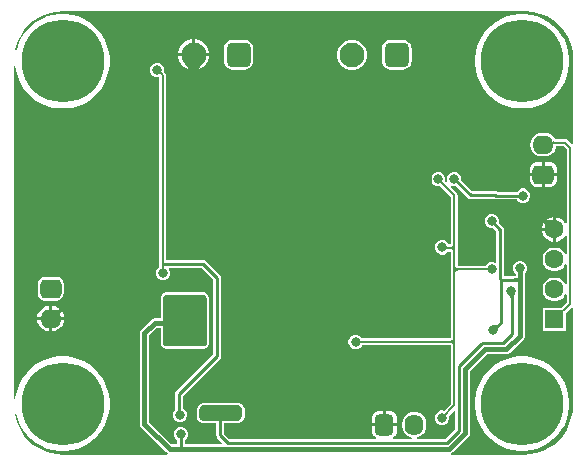
<source format=gbl>
G04*
G04 #@! TF.GenerationSoftware,Altium Limited,Altium Designer,21.3.2 (30)*
G04*
G04 Layer_Physical_Order=2*
G04 Layer_Color=16711680*
%FSTAX25Y25*%
%MOIN*%
G70*
G04*
G04 #@! TF.SameCoordinates,2120B266-B5FC-475A-9EAD-F7F6DF0CB4C0*
G04*
G04*
G04 #@! TF.FilePolarity,Positive*
G04*
G01*
G75*
%ADD13C,0.01000*%
%ADD15C,0.00800*%
%ADD62C,0.01500*%
%ADD63C,0.03000*%
G04:AMPARAMS|DCode=64|XSize=82.68mil|YSize=82.68mil|CornerRadius=20.67mil|HoleSize=0mil|Usage=FLASHONLY|Rotation=180.000|XOffset=0mil|YOffset=0mil|HoleType=Round|Shape=RoundedRectangle|*
%AMROUNDEDRECTD64*
21,1,0.08268,0.04134,0,0,180.0*
21,1,0.04134,0.08268,0,0,180.0*
1,1,0.04134,-0.02067,0.02067*
1,1,0.04134,0.02067,0.02067*
1,1,0.04134,0.02067,-0.02067*
1,1,0.04134,-0.02067,-0.02067*
%
%ADD64ROUNDEDRECTD64*%
%ADD65C,0.08268*%
G04:AMPARAMS|DCode=66|XSize=70.87mil|YSize=62.99mil|CornerRadius=15.75mil|HoleSize=0mil|Usage=FLASHONLY|Rotation=0.000|XOffset=0mil|YOffset=0mil|HoleType=Round|Shape=RoundedRectangle|*
%AMROUNDEDRECTD66*
21,1,0.07087,0.03150,0,0,0.0*
21,1,0.03937,0.06299,0,0,0.0*
1,1,0.03150,0.01968,-0.01575*
1,1,0.03150,-0.01968,-0.01575*
1,1,0.03150,-0.01968,0.01575*
1,1,0.03150,0.01968,0.01575*
%
%ADD66ROUNDEDRECTD66*%
%ADD67O,0.07087X0.06299*%
%ADD69C,0.06299*%
%ADD70R,0.06299X0.06299*%
%ADD71O,0.06299X0.07087*%
G04:AMPARAMS|DCode=72|XSize=70.87mil|YSize=62.99mil|CornerRadius=15.75mil|HoleSize=0mil|Usage=FLASHONLY|Rotation=90.000|XOffset=0mil|YOffset=0mil|HoleType=Round|Shape=RoundedRectangle|*
%AMROUNDEDRECTD72*
21,1,0.07087,0.03150,0,0,90.0*
21,1,0.03937,0.06299,0,0,90.0*
1,1,0.03150,0.01575,0.01968*
1,1,0.03150,0.01575,-0.01968*
1,1,0.03150,-0.01575,-0.01968*
1,1,0.03150,-0.01575,0.01968*
%
%ADD72ROUNDEDRECTD72*%
%ADD73C,0.03150*%
%ADD74C,0.02598*%
%ADD75C,0.27559*%
G36*
X0383937Y0418765D02*
X0386383Y0418177D01*
X0388708Y0417214D01*
X0390853Y04159D01*
X0392766Y0414266D01*
X03944Y0412353D01*
X0395714Y0410208D01*
X0396677Y0407883D01*
X0397265Y0405437D01*
X0397456Y0403D01*
X0397442Y0402929D01*
Y0374877D01*
X0396942Y037467D01*
X0395656Y0375956D01*
X0395263Y0376219D01*
X03948Y0376311D01*
X03948Y0376311D01*
X0391478D01*
X039143Y0376314D01*
X0391402Y0376318D01*
X0391333Y0376485D01*
X0390702Y0377308D01*
X0389879Y0377939D01*
X0388921Y0378336D01*
X0387894Y0378471D01*
X0387106D01*
X0386079Y0378336D01*
X0385121Y0377939D01*
X0384298Y0377308D01*
X0383667Y0376485D01*
X0383271Y0375528D01*
X0383135Y03745D01*
X0383271Y0373472D01*
X0383667Y0372515D01*
X0384298Y0371692D01*
X0385121Y0371061D01*
X0386079Y0370664D01*
X0387106Y0370529D01*
X0387894D01*
X0388921Y0370664D01*
X0389879Y0371061D01*
X0390702Y0371692D01*
X0391333Y0372515D01*
X0391729Y0373472D01*
X0391784Y0373889D01*
X0394299D01*
X0395289Y0372899D01*
Y0348416D01*
X0394789Y0348282D01*
X039452Y0348748D01*
X0393748Y034952D01*
X0392802Y0350067D01*
X0391746Y035035D01*
X03917D01*
Y03462D01*
Y034205D01*
X0391746D01*
X0392802Y0342333D01*
X0393748Y034288D01*
X039452Y0343652D01*
X0394789Y0344118D01*
X0395289Y0343984D01*
Y0337991D01*
X0394789Y0337857D01*
X039435Y0338617D01*
X0393617Y033935D01*
X039272Y0339869D01*
X0391718Y0340137D01*
X0390682D01*
X038968Y0339869D01*
X0388783Y033935D01*
X038805Y0338617D01*
X0387531Y033772D01*
X0387263Y0336718D01*
Y0335682D01*
X0387531Y033468D01*
X038805Y0333783D01*
X0388783Y033305D01*
X038968Y0332531D01*
X0390682Y0332263D01*
X0391718D01*
X039272Y0332531D01*
X0393617Y033305D01*
X039435Y0333783D01*
X0394789Y0334543D01*
X0395289Y0334409D01*
Y0327991D01*
X0394789Y0327857D01*
X039435Y0328617D01*
X0393617Y032935D01*
X039272Y0329869D01*
X0391718Y0330137D01*
X0390682D01*
X038968Y0329869D01*
X0388783Y032935D01*
X038805Y0328617D01*
X0387531Y032772D01*
X0387263Y0326718D01*
Y0325682D01*
X0387531Y032468D01*
X038805Y0323783D01*
X0388783Y032305D01*
X038968Y0322531D01*
X0390682Y0322263D01*
X0391718D01*
X039272Y0322531D01*
X0393617Y032305D01*
X039435Y0323783D01*
X0394789Y0324543D01*
X0395289Y0324409D01*
Y0322002D01*
X0393425Y0320137D01*
X0387263D01*
Y0312263D01*
X0395137D01*
Y0318425D01*
X0396942Y032023D01*
X0397442Y0320023D01*
Y0287566D01*
X0397446Y0287545D01*
X0397307Y0285411D01*
X0396885Y0283292D01*
X0396191Y0281247D01*
X0395235Y0279309D01*
X0394035Y0277513D01*
X0392611Y0275889D01*
X0390987Y0274465D01*
X0389191Y0273265D01*
X0387253Y0272309D01*
X0385208Y0271615D01*
X0383089Y0271193D01*
X0380955Y0271054D01*
X0380934Y0271058D01*
X0356893D01*
X0356814Y0271552D01*
X0357323Y0271892D01*
X0362609Y0277178D01*
X0362948Y0277686D01*
X0363068Y0278286D01*
Y0299051D01*
X0368649Y0304632D01*
X03752D01*
X03758Y0304752D01*
X0376308Y0305092D01*
X0380921Y0309704D01*
X038126Y0310212D01*
X038138Y0310812D01*
Y0329462D01*
Y0331639D01*
X0381703Y0331962D01*
X0382062Y033283D01*
Y033377D01*
X0381703Y0334638D01*
X0381038Y0335303D01*
X038017Y0335662D01*
X037923D01*
X0378362Y0335303D01*
X0377697Y0334638D01*
X0377338Y033377D01*
Y033283D01*
X0377697Y0331962D01*
X0378245Y0331415D01*
Y0330775D01*
X0378233Y0330775D01*
X0374475D01*
Y0346038D01*
X0374375Y034654D01*
X037409Y0346966D01*
X0372652Y0348405D01*
X0372662Y034843D01*
Y034937D01*
X0372303Y0350238D01*
X0371638Y0350903D01*
X037077Y0351262D01*
X036983D01*
X0368962Y0350903D01*
X0368297Y0350238D01*
X0367938Y034937D01*
Y034843D01*
X0368297Y0347562D01*
X0368962Y0346897D01*
X036983Y0346538D01*
X037077D01*
X0370795Y0346548D01*
X037185Y0345494D01*
Y0335344D01*
X037135Y0335022D01*
X037077Y0335262D01*
X036983D01*
X0368962Y0334903D01*
X0368297Y0334238D01*
X0368245Y0334111D01*
X0358986D01*
Y034D01*
Y0357625D01*
X0358986Y0357625D01*
X0358894Y0358088D01*
X0358631Y0358481D01*
X0358631Y0358481D01*
X0356622Y036049D01*
X0356906Y0360914D01*
X035733Y0360738D01*
X035827D01*
X0358295Y0360748D01*
X036231Y0356734D01*
X0362736Y035645D01*
X0363238Y035635D01*
X0371052D01*
X0371145Y0356287D01*
X0371648Y0356187D01*
X0378787D01*
X0378797Y0356162D01*
X0379462Y0355497D01*
X038033Y0355138D01*
X038127D01*
X0382138Y0355497D01*
X0382803Y0356162D01*
X0383162Y035703D01*
Y035797D01*
X0382803Y0358838D01*
X0382138Y0359503D01*
X038127Y0359862D01*
X038033D01*
X0379462Y0359503D01*
X0378797Y0358838D01*
X0378787Y0358813D01*
X0372081D01*
X0371988Y0358875D01*
X0371486Y0358975D01*
X0363781D01*
X0360152Y0362605D01*
X0360162Y036263D01*
Y036357D01*
X0359803Y0364438D01*
X0359138Y0365103D01*
X035827Y0365462D01*
X035733D01*
X0356462Y0365103D01*
X0355797Y0364438D01*
X0355438Y036357D01*
Y036263D01*
X0355614Y0362206D01*
X035519Y0361922D01*
X0354809Y0362303D01*
X0354862Y036243D01*
Y036337D01*
X0354503Y0364238D01*
X0353838Y0364903D01*
X035297Y0365262D01*
X035203D01*
X0351162Y0364903D01*
X0350497Y0364238D01*
X0350138Y036337D01*
Y036243D01*
X0350497Y0361562D01*
X0351162Y0360897D01*
X035203Y0360538D01*
X035297D01*
X0353097Y0360591D01*
X0356565Y0357123D01*
Y0341211D01*
X0355938D01*
X0355803Y0341538D01*
X0355138Y0342203D01*
X035427Y0342562D01*
X035333D01*
X0352462Y0342203D01*
X0351797Y0341538D01*
X0351438Y034067D01*
Y033973D01*
X0351797Y0338862D01*
X0352462Y0338197D01*
X035333Y0337838D01*
X035427D01*
X0355138Y0338197D01*
X035573Y0338789D01*
X0356565D01*
Y03329D01*
Y0310011D01*
X0326955D01*
X0326903Y0310138D01*
X0326238Y0310803D01*
X032537Y0311162D01*
X032443D01*
X0323562Y0310803D01*
X0322897Y0310138D01*
X0322538Y030927D01*
Y030833D01*
X0322897Y0307462D01*
X0323562Y0306797D01*
X032443Y0306438D01*
X032537D01*
X0326238Y0306797D01*
X0326903Y0307462D01*
X0326955Y0307589D01*
X0356565D01*
Y0288077D01*
X0354297Y0285809D01*
X035417Y0285862D01*
X035323D01*
X0352362Y0285503D01*
X0351697Y0284838D01*
X0351338Y028397D01*
Y028303D01*
X0351697Y0282162D01*
X0352362Y0281497D01*
X035323Y0281138D01*
X035417D01*
X0355038Y0281497D01*
X0355703Y0282162D01*
X0356062Y028303D01*
Y028397D01*
X0356009Y0284097D01*
X0357688Y0285776D01*
X035815Y0285585D01*
Y0279674D01*
X0354827Y027635D01*
X0345404D01*
X0345371Y027685D01*
X0345528Y0276871D01*
X0346485Y0277267D01*
X0347308Y0277898D01*
X0347939Y0278721D01*
X0348336Y0279679D01*
X0348471Y0280706D01*
Y0281494D01*
X0348336Y0282522D01*
X0347939Y0283479D01*
X0347308Y0284302D01*
X0346485Y0284933D01*
X0345528Y0285329D01*
X03445Y0285465D01*
X0343472Y0285329D01*
X0342514Y0284933D01*
X0341692Y0284302D01*
X0341061Y0283479D01*
X0340664Y0282522D01*
X0340529Y0281494D01*
Y0280706D01*
X0340664Y0279679D01*
X0341061Y0278721D01*
X0341692Y0277898D01*
X0342514Y0277267D01*
X0343472Y0276871D01*
X0343629Y027685D01*
X0343596Y027635D01*
X0337395D01*
X0337295Y027685D01*
X0337373Y0276882D01*
X0337911Y0277295D01*
X0338324Y0277833D01*
X0338583Y0278459D01*
X0338672Y0279132D01*
Y02806D01*
X03345D01*
X0330328D01*
Y0279132D01*
X0330417Y0278459D01*
X0330676Y0277833D01*
X0331089Y0277295D01*
X0331627Y0276882D01*
X0331705Y027685D01*
X0331605Y027635D01*
X0282844D01*
X0281113Y0278081D01*
Y0281597D01*
X0285598D01*
X0285905Y0281658D01*
X028664Y0281963D01*
X0286901Y0282137D01*
X0287463Y0282699D01*
X0287637Y028296D01*
X0287637Y028296D01*
X0287942Y0283695D01*
X0287942Y0283695D01*
X0288003Y0284002D01*
Y0286078D01*
X0287942Y0286385D01*
X0287652Y0287084D01*
X0287478Y0287344D01*
X0286944Y0287878D01*
X0286684Y0288053D01*
X0285985Y0288342D01*
X0285678Y0288403D01*
X0274222D01*
X0273915Y0288342D01*
X0273217Y0288053D01*
X0272956Y0287878D01*
X0272422Y0287344D01*
X0272248Y0287084D01*
X0271958Y0286385D01*
X0271897Y0286078D01*
Y0283762D01*
X0271958Y0283455D01*
X0272217Y028283D01*
X0272391Y0282569D01*
X0272391Y0282569D01*
X0272869Y0282091D01*
X027313Y0281917D01*
X0273755Y0281658D01*
X0274062Y0281597D01*
X0278487D01*
Y0277537D01*
X0278587Y0277035D01*
X0278872Y0276609D01*
X0280452Y0275029D01*
X028026Y0274568D01*
X0268137D01*
X0268137Y0274579D01*
Y0276096D01*
X0268603Y0276562D01*
X0268962Y027743D01*
Y027837D01*
X0268603Y0279238D01*
X0267938Y0279903D01*
X026707Y0280262D01*
X026613D01*
X0265262Y0279903D01*
X0264597Y0279238D01*
X0264238Y027837D01*
Y027743D01*
X0264597Y0276562D01*
X0265262Y0275897D01*
X0265512Y0275794D01*
Y0274568D01*
X0263549D01*
X0256067Y0282049D01*
Y0310951D01*
X0258549Y0313433D01*
X0259997D01*
Y0308181D01*
X0260058Y0307874D01*
X0260226Y030747D01*
X02604Y0307209D01*
X0260709Y03069D01*
X026097Y0306726D01*
X0261374Y0306558D01*
X0261681Y0306497D01*
X0274419D01*
X0274726Y0306558D01*
X027513Y0306726D01*
X0275391Y03069D01*
X02757Y0307209D01*
X0275874Y030747D01*
X0275874Y030747D01*
X0276042Y0307874D01*
X0276042Y0307874D01*
X0276103Y0308181D01*
Y0323218D01*
X0276042Y0323526D01*
X0275798Y0324113D01*
X0275624Y0324374D01*
X0275624Y0324374D01*
X0275174Y0324824D01*
X0274914Y0324998D01*
X0274325Y0325242D01*
X0274018Y0325303D01*
X0261841D01*
X0261534Y0325242D01*
X0261056Y0325044D01*
X0260796Y032487D01*
X026043Y0324504D01*
X0260256Y0324244D01*
X0260058Y0323766D01*
X0259997Y0323459D01*
Y0316567D01*
X02579D01*
X02573Y0316448D01*
X0256792Y0316108D01*
X0253392Y0312708D01*
X0253052Y03122D01*
X0252933Y03116D01*
Y02814D01*
X0253052Y02808D01*
X0253392Y0280292D01*
X0261792Y0271892D01*
X02623Y0271552D01*
X0262221Y0271058D01*
X022758D01*
X0227558Y0271053D01*
X0225423Y0271193D01*
X0223302Y0271615D01*
X0221255Y027231D01*
X0219316Y0273266D01*
X0217518Y0274467D01*
X0215893Y0275893D01*
X0214468Y0277518D01*
X0213266Y0279316D01*
X021231Y0281255D01*
X0211615Y0283302D01*
X0211323Y0284772D01*
X021181Y0284885D01*
X0212306Y0283035D01*
X0213096Y0281128D01*
X0214128Y027934D01*
X0215385Y0277703D01*
X0216844Y0276243D01*
X0218482Y0274986D01*
X022027Y0273954D01*
X0222177Y0273164D01*
X0224171Y027263D01*
X0226218Y027236D01*
X022725D01*
X0228282Y027236D01*
X0230329Y027263D01*
X0232323Y0273164D01*
X023423Y0273954D01*
X0236018Y0274986D01*
X0237656Y0276243D01*
X0239115Y0277702D01*
X0240372Y027934D01*
X0241404Y0281128D01*
X0242194Y0283035D01*
X0242728Y0285029D01*
X0242998Y0287076D01*
X0242998Y0288108D01*
X0242998Y0288108D01*
X0242998Y0288108D01*
X0242998Y028914D01*
X0242728Y0291187D01*
X0242194Y0293181D01*
X0241404Y0295088D01*
X0240372Y0296876D01*
X0239115Y0298514D01*
X0237656Y0299974D01*
X0236018Y030123D01*
X023423Y0302262D01*
X0232323Y0303052D01*
X0230329Y0303587D01*
X0228282Y0303856D01*
X022725Y0303856D01*
X022725Y0303856D01*
X0226218Y0303856D01*
X0224171Y0303587D01*
X0222177Y0303052D01*
X022027Y0302262D01*
X0218482Y030123D01*
X0216844Y0299974D01*
X0215385Y0298514D01*
X0214128Y0296876D01*
X0213096Y0295088D01*
X0212306Y0293181D01*
X0211771Y0291187D01*
X0211558Y0289563D01*
X0211058Y0289596D01*
Y0400786D01*
X0211558Y0400819D01*
X0211771Y0399195D01*
X0212306Y0397201D01*
X0213096Y0395293D01*
X0214128Y0393506D01*
X0215385Y0391868D01*
X0216844Y0390408D01*
X0218482Y0389152D01*
X022027Y0388119D01*
X0222177Y0387329D01*
X0224171Y0386795D01*
X0226218Y0386526D01*
X022725D01*
X0228282Y0386526D01*
X0230329Y0386795D01*
X0232323Y0387329D01*
X023423Y0388119D01*
X0236018Y0389151D01*
X0237656Y0390408D01*
X0239115Y0391868D01*
X0240372Y0393506D01*
X0241404Y0395293D01*
X0242194Y0397201D01*
X0242728Y0399195D01*
X0242998Y0401241D01*
X0242998Y0402274D01*
X0242998Y0402274D01*
X0242998Y0402274D01*
X0242998Y0403306D01*
X0242728Y0405352D01*
X0242194Y0407346D01*
X0241404Y0409254D01*
X0240372Y0411041D01*
X0239115Y0412679D01*
X0237656Y0414139D01*
X0236018Y0415396D01*
X023423Y0416428D01*
X0232323Y0417218D01*
X0230329Y0417752D01*
X0228282Y0418021D01*
X022725Y0418021D01*
X022725Y0418021D01*
X0226218Y0418021D01*
X0224171Y0417752D01*
X0222177Y0417218D01*
X022027Y0416428D01*
X0218482Y0415395D01*
X0216844Y0414139D01*
X0215385Y0412679D01*
X0214128Y0411041D01*
X0213096Y0409254D01*
X0212306Y0407346D01*
X021191Y0405869D01*
X0211423Y0405983D01*
X0211606Y0406905D01*
X0212289Y0408918D01*
X0213229Y0410824D01*
X021441Y0412591D01*
X0215811Y0414189D01*
X0217409Y041559D01*
X0219176Y0416771D01*
X0221082Y0417711D01*
X0223095Y0418394D01*
X0225179Y0418808D01*
X0227281Y0418946D01*
X02273Y0418942D01*
X0381429D01*
X03815Y0418956D01*
X0383937Y0418765D01*
D02*
G37*
G36*
X0390717Y0375819D02*
X0390757Y0375752D01*
X0390814Y0375693D01*
X0390887Y0375642D01*
X0390977Y0375599D01*
X0391082Y0375563D01*
X0391205Y0375535D01*
X0391343Y0375516D01*
X0391498Y0375504D01*
X0391669Y03755D01*
X0391827Y03747D01*
X0391658Y0374696D01*
X0391509Y0374684D01*
X0391379Y0374664D01*
X0391268Y0374636D01*
X0391178Y03746D01*
X0391106Y0374556D01*
X0391054Y0374505D01*
X0391021Y0374445D01*
X0391008Y0374377D01*
X0391015Y0374301D01*
X0390692Y0375894D01*
X0390717Y0375819D01*
D02*
G37*
G36*
X0358175Y034D02*
X0357375Y03388D01*
X0357367Y0338952D01*
X0357343Y0339088D01*
X0357303Y0339208D01*
X0357247Y0339312D01*
X0357175Y03394D01*
X0357087Y0339472D01*
X0356983Y0339528D01*
X0356863Y0339568D01*
X0356727Y0339592D01*
X0356575Y03396D01*
Y03404D01*
X0356727Y0340408D01*
X0356863Y0340432D01*
X0356983Y0340472D01*
X0357087Y0340528D01*
X0357175Y03406D01*
X0357247Y0340688D01*
X0357303Y0340792D01*
X0357343Y0340912D01*
X0357367Y0341048D01*
X0357375Y03412D01*
X0358175Y034D01*
D02*
G37*
G36*
X0358183Y0333948D02*
X0358207Y0333812D01*
X0358247Y0333692D01*
X0358303Y0333588D01*
X0358375Y03335D01*
X0358463Y0333428D01*
X0358567Y0333372D01*
X0358687Y0333332D01*
X0358823Y0333308D01*
X0358975Y03333D01*
Y03325D01*
X0358823Y0332492D01*
X0358687Y0332468D01*
X0358567Y0332428D01*
X0358463Y0332372D01*
X0358375Y03323D01*
X0358303Y0332212D01*
X0358247Y0332108D01*
X0358207Y0331988D01*
X0358183Y0331852D01*
X0358175Y03317D01*
X0357375Y03329D01*
X0358175Y03341D01*
X0358183Y0333948D01*
D02*
G37*
G36*
X0379282Y0328932D02*
X0379261Y0328937D01*
X0379211Y0328943D01*
X0379023Y0328951D01*
X0377753Y0328962D01*
Y0329962D01*
X0379282Y0329993D01*
Y0328932D01*
D02*
G37*
G36*
X03748Y0328962D02*
X037461Y0328952D01*
X037444Y0328922D01*
X037429Y0328872D01*
X037416Y0328802D01*
X037405Y0328712D01*
X037396Y0328602D01*
X037389Y0328472D01*
X037384Y0328322D01*
X037381Y0328152D01*
X03738Y0327962D01*
X03733Y0329462D01*
X03748Y0328962D01*
D02*
G37*
G36*
X0377902Y0324662D02*
X0377743Y0324377D01*
X0377679Y0324235D01*
X0377624Y0324094D01*
X0377579Y0323954D01*
X0377545Y0323814D01*
X037752Y0323675D01*
X0377505Y0323536D01*
X03775Y0323399D01*
X03765Y0323193D01*
X0376493Y032334D01*
X0376473Y0323481D01*
X037644Y0323616D01*
X0376393Y0323745D01*
X0376333Y0323867D01*
X0376259Y0323983D01*
X0376173Y0324093D01*
X0376073Y0324197D01*
X0375959Y0324295D01*
X0375832Y0324386D01*
X0377996Y0324806D01*
X0377902Y0324662D01*
D02*
G37*
G36*
X0372878Y031397D02*
X0372781Y0313865D01*
X0372694Y0313753D01*
X0372618Y0313634D01*
X0372552Y0313508D01*
X0372496Y0313376D01*
X0372451Y0313237D01*
X0372416Y0313092D01*
X0372392Y031294D01*
X0372378Y0312781D01*
X0372375Y0312616D01*
X0370816Y0314175D01*
X0370981Y0314178D01*
X037114Y0314192D01*
X0371292Y0314216D01*
X0371437Y0314251D01*
X0371576Y0314296D01*
X0371708Y0314352D01*
X0371834Y0314418D01*
X0371953Y0314494D01*
X0372065Y0314581D01*
X037217Y0314678D01*
X0372878Y031397D01*
D02*
G37*
G36*
X0358175Y03088D02*
X0357375Y03076D01*
X0357367Y0307752D01*
X0357343Y0307888D01*
X0357303Y0308008D01*
X0357247Y0308112D01*
X0357175Y03082D01*
X0357087Y0308272D01*
X0356983Y0308328D01*
X0356863Y0308368D01*
X0356727Y0308392D01*
X0356575Y03084D01*
Y03092D01*
X0356727Y0309208D01*
X0356863Y0309232D01*
X0356983Y0309272D01*
X0357087Y0309328D01*
X0357175Y03094D01*
X0357247Y0309488D01*
X0357303Y0309592D01*
X0357343Y0309712D01*
X0357367Y0309848D01*
X0357375Y031D01*
X0358175Y03088D01*
D02*
G37*
G36*
X0274606Y0324256D02*
X0275056Y0323806D01*
X02753Y0323218D01*
Y03229D01*
Y03084D01*
Y0308181D01*
X0275132Y0307777D01*
X0274823Y0307468D01*
X0274419Y03073D01*
X0261681D01*
X0261277Y0307468D01*
X0260967Y0307777D01*
X02608Y0308181D01*
Y03084D01*
Y03232D01*
Y0323459D01*
X0260998Y0323936D01*
X0261364Y0324302D01*
X0261841Y03245D01*
X0274018D01*
X0274606Y0324256D01*
D02*
G37*
G36*
X0286376Y0287311D02*
X0286911Y0286776D01*
X02872Y0286078D01*
Y02857D01*
Y02844D01*
Y0284002D01*
X0286895Y0283267D01*
X0286333Y0282704D01*
X0285598Y02824D01*
X0274062D01*
X0273437Y0282659D01*
X0272959Y0283137D01*
X02727Y0283762D01*
Y02841D01*
Y02857D01*
Y0286078D01*
X0272989Y0286776D01*
X0273524Y0287311D01*
X0274222Y02876D01*
X0285678D01*
X0286376Y0287311D01*
D02*
G37*
G36*
X0267355Y027353D02*
X0266294D01*
X0266299Y0273551D01*
X0266305Y0273601D01*
X0266313Y0273789D01*
X0266324Y0275059D01*
X0267324D01*
X0267355Y027353D01*
D02*
G37*
%LPC*%
G36*
X0381447Y0418021D02*
X0380415Y0418021D01*
X0380415Y0418021D01*
X0379383Y0418021D01*
X0377336Y0417752D01*
X0375342Y0417218D01*
X0373435Y0416428D01*
X0371647Y0415395D01*
X037001Y0414139D01*
X036855Y0412679D01*
X0367293Y0411041D01*
X0366261Y0409254D01*
X0365471Y0407346D01*
X0364937Y0405352D01*
X0364667Y0403306D01*
X0364667Y0402274D01*
X0364667Y0402274D01*
X0364667Y0401241D01*
X0364937Y0399195D01*
X0365471Y0397201D01*
X0366261Y0395293D01*
X0367293Y0393506D01*
X036855Y0391868D01*
X037001Y0390408D01*
X0371648Y0389152D01*
X0373435Y0388119D01*
X0375342Y0387329D01*
X0377337Y0386795D01*
X0379383Y0386526D01*
X0380416D01*
X0381448Y0386526D01*
X0383494Y0386795D01*
X0385488Y0387329D01*
X0387396Y0388119D01*
X0389183Y0389151D01*
X0390821Y0390408D01*
X0392281Y0391868D01*
X0393537Y0393506D01*
X039457Y0395293D01*
X039536Y0397201D01*
X0395894Y0399195D01*
X0396163Y0401241D01*
X0396163Y0402274D01*
X0396163Y0402274D01*
X0396163Y0402274D01*
X0396163Y0403306D01*
X0395894Y0405352D01*
X0395359Y0407346D01*
X0394569Y0409254D01*
X0393537Y0411041D01*
X0392281Y0412679D01*
X0390821Y0414139D01*
X0389183Y0415396D01*
X0387395Y0416428D01*
X0385488Y0417218D01*
X0383494Y0417752D01*
X0381447Y0418021D01*
D02*
G37*
G36*
X0271576Y0409548D02*
X02714D01*
Y0404914D01*
X0276034D01*
Y040509D01*
X0275684Y0406396D01*
X0275008Y0407566D01*
X0274052Y0408522D01*
X0272881Y0409198D01*
X0271576Y0409548D01*
D02*
G37*
G36*
X02704D02*
X0270224D01*
X0268918Y0409198D01*
X0267747Y0408522D01*
X0266792Y0407566D01*
X0266116Y0406396D01*
X0265766Y040509D01*
Y0404914D01*
X02704D01*
Y0409548D01*
D02*
G37*
G36*
X0276034Y0403914D02*
X02714D01*
Y0401462D01*
X0273794Y0401462D01*
X0273529Y0401183D01*
X0273292Y040089D01*
X0273083Y0400584D01*
X0272902Y0400266D01*
X0272748Y0399934D01*
X0272623Y0399589D01*
X0272615Y0399559D01*
X0272881Y039963D01*
X0274052Y0400306D01*
X0275008Y0401262D01*
X0275684Y0402433D01*
X0276034Y0403738D01*
Y0403914D01*
D02*
G37*
G36*
X02704D02*
X0265766D01*
Y0403738D01*
X0266116Y0402433D01*
X0266792Y0401262D01*
X0267747Y0400306D01*
X0268918Y039963D01*
X0269185Y0399559D01*
X0269177Y0399589D01*
X0269052Y0399934D01*
X0268898Y0400266D01*
X0268717Y0400584D01*
X0268508Y040089D01*
X0268271Y0401182D01*
X0268006Y0401462D01*
X02704Y0401462D01*
Y0403914D01*
D02*
G37*
G36*
X0324348Y0409336D02*
X0323052D01*
X03218Y0409D01*
X0320678Y0408352D01*
X0319762Y0407436D01*
X0319114Y0406314D01*
X0318778Y0405062D01*
Y0403766D01*
X0319114Y0402515D01*
X0319762Y0401393D01*
X0320678Y0400476D01*
X03218Y0399828D01*
X0323052Y0399493D01*
X0324348D01*
X0325599Y0399828D01*
X0326722Y0400476D01*
X0327638Y0401393D01*
X0328286Y0402515D01*
X0328621Y0403766D01*
Y0405062D01*
X0328286Y0406314D01*
X0327638Y0407436D01*
X0326722Y0408352D01*
X0325599Y0409D01*
X0324348Y0409336D01*
D02*
G37*
G36*
X0340767Y040936D02*
X0336633D01*
X0335888Y0409262D01*
X0335193Y0408974D01*
X0334597Y0408517D01*
X033414Y0407921D01*
X0333852Y0407226D01*
X0333754Y0406481D01*
Y0402347D01*
X0333852Y0401602D01*
X033414Y0400908D01*
X0334597Y0400312D01*
X0335193Y0399854D01*
X0335888Y0399566D01*
X0336633Y0399468D01*
X0340767D01*
X0341512Y0399566D01*
X0342206Y0399854D01*
X0342802Y0400312D01*
X034326Y0400908D01*
X0343548Y0401602D01*
X0343646Y0402347D01*
Y0406481D01*
X0343548Y0407226D01*
X034326Y0407921D01*
X0342802Y0408517D01*
X0342206Y0408974D01*
X0341512Y0409262D01*
X0340767Y040936D01*
D02*
G37*
G36*
X0287967D02*
X0283833D01*
X0283088Y0409262D01*
X0282393Y0408974D01*
X0281797Y0408517D01*
X028134Y0407921D01*
X0281052Y0407226D01*
X0280954Y0406481D01*
Y0402347D01*
X0281052Y0401602D01*
X028134Y0400908D01*
X0281797Y0400312D01*
X0282393Y0399854D01*
X0283088Y0399566D01*
X0283833Y0399468D01*
X0287967D01*
X0288712Y0399566D01*
X0289406Y0399854D01*
X0290002Y0400312D01*
X029046Y0400908D01*
X0290748Y0401602D01*
X0290846Y0402347D01*
Y0406481D01*
X0290748Y0407226D01*
X029046Y0407921D01*
X0290002Y0408517D01*
X0289406Y0408974D01*
X0288712Y0409262D01*
X0287967Y040936D01*
D02*
G37*
G36*
X0389469Y0368672D02*
X0388D01*
Y0365D01*
X0392066D01*
Y0366075D01*
X0391977Y0366747D01*
X0391718Y0367373D01*
X0391305Y0367911D01*
X0390767Y0368324D01*
X0390141Y0368583D01*
X0389469Y0368672D01*
D02*
G37*
G36*
X0387D02*
X0385531D01*
X0384859Y0368583D01*
X0384233Y0368324D01*
X0383695Y0367911D01*
X0383282Y0367373D01*
X0383023Y0366747D01*
X0382934Y0366075D01*
Y0365D01*
X0387D01*
Y0368672D01*
D02*
G37*
G36*
X0392066Y0364D02*
X0388D01*
Y0360328D01*
X0389469D01*
X0390141Y0360417D01*
X0390767Y0360676D01*
X0391305Y0361089D01*
X0391718Y0361627D01*
X0391977Y0362253D01*
X0392066Y0362925D01*
Y0364D01*
D02*
G37*
G36*
X0387D02*
X0382934D01*
Y0362925D01*
X0383023Y0362253D01*
X0383282Y0361627D01*
X0383695Y0361089D01*
X0384233Y0360676D01*
X0384859Y0360417D01*
X0385531Y0360328D01*
X0387D01*
Y0364D01*
D02*
G37*
G36*
X03907Y035035D02*
X0390654D01*
X0389598Y0350067D01*
X0388771Y0349589D01*
X0388792Y0349582D01*
X0389097Y0349506D01*
X0389439Y0349446D01*
X0389816Y03494D01*
X0390681Y0349352D01*
X03907Y0349352D01*
Y035035D01*
D02*
G37*
G36*
Y0348881D02*
X0388519Y03467D01*
X03907D01*
Y0348881D01*
D02*
G37*
G36*
X0387811Y0348629D02*
X0387333Y0347802D01*
X038705Y0346746D01*
Y03467D01*
X0388048D01*
X0388048Y0346719D01*
X0387954Y0347961D01*
X0387894Y0348303D01*
X0387818Y0348608D01*
X0387811Y0348629D01*
D02*
G37*
G36*
X03907Y03457D02*
X038705D01*
Y0345654D01*
X0387333Y0344598D01*
X0387879Y0343652D01*
X0388652Y034288D01*
X0389598Y0342333D01*
X0390654Y034205D01*
X03907D01*
Y03457D01*
D02*
G37*
G36*
X0225269Y0330483D02*
X0221332D01*
X022041Y03303D01*
X0219629Y0329778D01*
X0219106Y0328996D01*
X0218923Y0328075D01*
Y0324925D01*
X0219106Y0324004D01*
X0219629Y0323222D01*
X022041Y03227D01*
X0221332Y0322517D01*
X0225269D01*
X022619Y03227D01*
X0226972Y0323222D01*
X0227494Y0324004D01*
X0227677Y0324925D01*
Y0328075D01*
X0227494Y0328996D01*
X0226972Y0329778D01*
X022619Y03303D01*
X0225269Y0330483D01*
D02*
G37*
G36*
X02238Y0320671D02*
Y0317D01*
X0227813D01*
X0227736Y0317583D01*
X0227318Y0318593D01*
X0226653Y031946D01*
X0225786Y0320125D01*
X0224777Y0320543D01*
X02238Y0320671D01*
D02*
G37*
G36*
X02228D02*
X0221823Y0320543D01*
X0220814Y0320125D01*
X0219947Y031946D01*
X0219282Y0318593D01*
X0218864Y0317583D01*
X0218787Y0317D01*
X02228D01*
Y0320671D01*
D02*
G37*
G36*
X0227813Y0316D02*
X02238D01*
Y0312329D01*
X0224777Y0312457D01*
X0225786Y0312875D01*
X0226653Y0313541D01*
X0227318Y0314407D01*
X0227736Y0315417D01*
X0227813Y0316D01*
D02*
G37*
G36*
X02228D02*
X0218787D01*
X0218864Y0315417D01*
X0219282Y0314407D01*
X0219947Y0313541D01*
X0220814Y0312875D01*
X0221823Y0312457D01*
X02228Y0312329D01*
Y0316D01*
D02*
G37*
G36*
X0381447Y0303856D02*
X0380415Y0303856D01*
X0380415Y0303856D01*
X0379383Y0303856D01*
X0377336Y0303587D01*
X0375342Y0303052D01*
X0373435Y0302262D01*
X0371647Y030123D01*
X037001Y0299974D01*
X036855Y0298514D01*
X0367293Y0296876D01*
X0366261Y0295088D01*
X0365471Y0293181D01*
X0364937Y0291187D01*
X0364667Y0289141D01*
X0364667Y0288108D01*
X0364667Y0288108D01*
X0364667Y0287076D01*
X0364937Y0285029D01*
X0365471Y0283035D01*
X0366261Y0281128D01*
X0367293Y027934D01*
X036855Y0277703D01*
X037001Y0276243D01*
X0371648Y0274986D01*
X0373435Y0273954D01*
X0375342Y0273164D01*
X0377337Y027263D01*
X0379383Y027236D01*
X0380416D01*
X0381448Y027236D01*
X0383494Y027263D01*
X0385488Y0273164D01*
X0387396Y0273954D01*
X0389183Y0274986D01*
X0390821Y0276243D01*
X0392281Y0277702D01*
X0393537Y027934D01*
X039457Y0281128D01*
X039536Y0283035D01*
X0395894Y0285029D01*
X0396163Y0287076D01*
X0396163Y0288108D01*
X0396163Y0288108D01*
X0396163Y0288108D01*
X0396163Y028914D01*
X0395894Y0291187D01*
X0395359Y0293181D01*
X0394569Y0295088D01*
X0393537Y0296876D01*
X0392281Y0298514D01*
X0390821Y0299974D01*
X0389183Y030123D01*
X0387395Y0302262D01*
X0385488Y0303052D01*
X0383494Y0303587D01*
X0381447Y0303856D01*
D02*
G37*
G36*
X025927Y0401762D02*
X025833D01*
X0257462Y0401403D01*
X0256797Y0400738D01*
X0256438Y039987D01*
Y039893D01*
X0256797Y0398062D01*
X0257462Y0397397D01*
X025833Y0397038D01*
X025927D01*
X0259389Y0396958D01*
Y0335505D01*
X0259387Y0335502D01*
X0259287Y0335D01*
X0259387Y0334498D01*
X0259389Y0334495D01*
Y0333655D01*
X0259262Y0333603D01*
X0258597Y0332938D01*
X0258238Y033207D01*
Y033113D01*
X0258597Y0330262D01*
X0259262Y0329597D01*
X026013Y0329238D01*
X026107D01*
X0261938Y0329597D01*
X0262603Y0330262D01*
X0262962Y033113D01*
Y033207D01*
X0262603Y0332938D01*
X0262515Y0333025D01*
X0262707Y0333487D01*
X0273556D01*
X0277487Y0329556D01*
Y0304544D01*
X0265172Y0292228D01*
X0264887Y0291802D01*
X0264787Y02913D01*
Y0286028D01*
X0264497Y0285738D01*
X0264138Y028487D01*
Y028393D01*
X0264497Y0283062D01*
X0265162Y0282397D01*
X026603Y0282038D01*
X026697D01*
X0267838Y0282397D01*
X0268503Y0283062D01*
X0268862Y028393D01*
Y028487D01*
X0268503Y0285738D01*
X0267838Y0286403D01*
X0267413Y0286579D01*
Y0290756D01*
X0279728Y0303072D01*
X0280013Y0303498D01*
X0280113Y0304D01*
Y03301D01*
X0280013Y0330602D01*
X0279728Y0331028D01*
X0275028Y0335728D01*
X0274602Y0336013D01*
X02741Y0336113D01*
X0261811D01*
Y03976D01*
X0261719Y0398063D01*
X0261456Y0398456D01*
X0261456Y0398456D01*
X0261109Y0398803D01*
X0261162Y039893D01*
Y039987D01*
X0260803Y0400738D01*
X0260138Y0401403D01*
X025927Y0401762D01*
D02*
G37*
G36*
X0336075Y0285665D02*
X0335D01*
Y02816D01*
X0338672D01*
Y0283068D01*
X0338583Y0283741D01*
X0338324Y0284367D01*
X0337911Y0284905D01*
X0337373Y0285318D01*
X0336747Y0285577D01*
X0336075Y0285665D01*
D02*
G37*
G36*
X0334D02*
X0332925D01*
X0332253Y0285577D01*
X0331627Y0285318D01*
X0331089Y0284905D01*
X0330676Y0284367D01*
X0330417Y0283741D01*
X0330328Y0283068D01*
Y02816D01*
X0334D01*
Y0285665D01*
D02*
G37*
%LPD*%
G36*
X0226949Y0319048D02*
X0226799Y0318892D01*
X0226673Y0318744D01*
X022657Y0318605D01*
X0226489Y0318476D01*
X0226432Y0318356D01*
X0226398Y0318245D01*
X0226388Y0318143D01*
X02264Y031805D01*
X0226435Y0317966D01*
X0226494Y0317891D01*
X0225085Y0319301D01*
X022516Y0319242D01*
X0225243Y0319206D01*
X0225337Y0319194D01*
X0225438Y0319205D01*
X022555Y0319239D01*
X022567Y0319296D01*
X0225799Y0319376D01*
X0225938Y0319479D01*
X0226085Y0319606D01*
X0226242Y0319755D01*
X0226949Y0319048D01*
D02*
G37*
D13*
X0373162Y03296D02*
X03733Y0329462D01*
X03703Y03489D02*
X0373162Y0346038D01*
Y03296D02*
Y0346038D01*
X03578Y03631D02*
X0363238Y0357662D01*
X0371486D01*
X0371648Y03575D01*
X03808D01*
X02661Y02848D02*
Y02913D01*
Y02848D02*
X02665Y02844D01*
X0266824Y0273D02*
Y0277676D01*
Y0273D02*
X0266824Y0273D01*
X02666Y02779D02*
X0266824Y0277676D01*
X02661Y02913D02*
X02788Y0304D01*
X03019Y03295D02*
X03466D01*
X02993D02*
X03019D01*
X0359463Y027913D02*
Y0300663D01*
X03668Y0308D01*
X035537Y0275037D02*
X0359463Y027913D01*
X03708Y03126D02*
X03733Y03151D01*
X03496Y03433D02*
Y03653D01*
X03675Y03674D02*
X03698Y03651D01*
X03517Y03674D02*
X03675D01*
X03698Y03626D02*
Y03651D01*
X03496Y03653D02*
X03517Y03674D01*
X0377Y03113D02*
Y03254D01*
X0367156Y0308237D02*
X0373937D01*
X0377Y03113D01*
X03466Y03295D02*
X03496Y03325D01*
Y03433D01*
X0292914Y0283786D02*
X0298Y02787D01*
X0292914Y0283786D02*
Y03142D01*
Y0323114D01*
X02993Y03295D01*
X02857Y03142D02*
X0292914D01*
X0298Y02787D02*
X03186D01*
X02857Y03142D02*
Y03421D01*
Y031D02*
Y03142D01*
X03137Y03433D02*
X03496D01*
X02398Y036305D02*
X024355D01*
X021455D02*
X02398D01*
X02233Y03165D02*
X0223694D01*
X02398Y0332606D01*
Y036305D01*
X02132Y03644D02*
Y03732D01*
Y03644D02*
X021455Y036305D01*
X024355D02*
X02436Y0363D01*
X02608Y03348D02*
X02741D01*
X02606Y0335D02*
X02608Y03348D01*
X02741D02*
X02788Y03301D01*
Y0304D02*
Y03301D01*
X0269Y03451D02*
Y03538D01*
Y03399D02*
Y03451D01*
X02827D02*
X02857Y03421D01*
X0269Y03451D02*
X02827D01*
X02747Y03595D02*
X02889D01*
X0269Y03538D02*
X02747Y03595D01*
X03733Y0329462D02*
X0379812D01*
X03733Y03151D02*
Y0329462D01*
X03767Y03257D02*
X0377Y03254D01*
X03668Y0308D02*
X0366919D01*
X0367156Y0308237D01*
X02823Y0275037D02*
X035537D01*
X02798Y0277537D02*
X02823Y0275037D01*
X02798Y0277537D02*
Y02838D01*
D15*
X0357775Y03329D02*
X03703D01*
X03052Y03037D02*
X03126Y02963D01*
X03052Y03037D02*
Y0318D01*
X0374613Y03548D02*
X0377313Y03521D01*
X03703Y03548D02*
X0374613D01*
X0377313Y03521D02*
X03853D01*
X03035Y0283D02*
X0314D01*
X02974Y02891D02*
Y03237D01*
Y02891D02*
X03035Y0283D01*
X0301584Y03262D02*
Y0329184D01*
X02999Y03262D02*
X0301584D01*
X02974Y03237D02*
X02999Y03262D01*
X0301584D02*
X03054D01*
X0301584Y0329184D02*
X03019Y03295D01*
X03272Y03017D02*
X03335D01*
X0325Y03039D02*
X03272Y03017D01*
X03335Y02993D02*
Y03017D01*
X03054Y03262D02*
X0305489Y0326111D01*
X03335Y03017D02*
X03549D01*
X0357775Y0287575D02*
Y03088D01*
X03537Y02835D02*
X0357775Y0287575D01*
X03363Y02964D02*
X03499D01*
X03501Y02962D01*
X03186Y02787D02*
X03363Y02964D01*
X03881Y03751D02*
X03948D01*
X03875Y03745D02*
X03881Y03751D01*
X03948D02*
X03965Y03734D01*
Y03215D02*
Y03734D01*
X03912Y03162D02*
X03965Y03215D01*
X03853Y03521D02*
X03912Y03462D01*
X03249Y03088D02*
X0357775D01*
Y03329D01*
X03126Y02963D02*
X03305D01*
X03335Y02993D01*
X0357775Y034D02*
Y0357625D01*
Y03329D02*
Y034D01*
X03538Y03402D02*
X0354Y034D01*
X0357775D01*
X02606Y0335D02*
Y03976D01*
Y03316D02*
Y0335D01*
X02588Y03994D02*
X02606Y03976D01*
X03525Y03629D02*
X0357775Y0357625D01*
D62*
X02629Y0273D02*
X0266824D01*
X0356214D01*
X02545Y03116D02*
X02579Y0315D01*
X0265D01*
X02545Y02814D02*
Y03116D01*
Y02814D02*
X02629Y0273D01*
X0264688Y0309688D02*
X0265Y031D01*
X0356214Y0273D02*
X03615Y0278286D01*
Y02997D01*
X0368Y03062D01*
X03752D02*
X0379812Y0310812D01*
X0368Y03062D02*
X03752D01*
X0379812Y0310812D02*
Y0329462D01*
Y0333188D01*
X03797Y03333D02*
X0379812Y0333188D01*
D63*
X0271Y03764D02*
Y0376441D01*
X02709Y0376541D02*
Y0404414D01*
Y0376541D02*
X0271Y0376441D01*
X02709Y0404414D02*
X02709Y0404414D01*
D64*
X02859Y0404414D02*
D03*
X03387D02*
D03*
D65*
X02709D02*
D03*
X03237D02*
D03*
D66*
X02233Y03265D02*
D03*
X03875Y03645D02*
D03*
D67*
X02233Y03165D02*
D03*
X03875Y03745D02*
D03*
D69*
X03912Y03262D02*
D03*
Y03362D02*
D03*
Y03462D02*
D03*
D70*
Y03162D02*
D03*
D71*
X03445Y02811D02*
D03*
D72*
X03345D02*
D03*
D73*
X03703Y03329D02*
D03*
X03052Y0318D02*
D03*
X03703Y03489D02*
D03*
Y03548D02*
D03*
X03Y039D02*
D03*
Y04D02*
D03*
Y041D02*
D03*
X0385Y038D02*
D03*
X039Y0385D02*
D03*
X0395Y038D02*
D03*
Y039D02*
D03*
X0365D02*
D03*
X0245Y0415D02*
D03*
X0255D02*
D03*
X0295Y0355D02*
D03*
X0315D02*
D03*
Y0365D02*
D03*
X0295D02*
D03*
Y0375D02*
D03*
X0315D02*
D03*
X0305D02*
D03*
Y0385D02*
D03*
Y0395D02*
D03*
Y0405D02*
D03*
Y0415D02*
D03*
X037Y0385D02*
D03*
X036D02*
D03*
Y0395D02*
D03*
Y0405D02*
D03*
Y0415D02*
D03*
X02665Y02844D02*
D03*
X02666Y02779D02*
D03*
X0314Y0283D02*
D03*
X0305489Y0326111D02*
D03*
X03549Y03017D02*
D03*
X03501Y02962D02*
D03*
X03708Y03126D02*
D03*
X03578Y03631D02*
D03*
X0377938Y03521D02*
D03*
X03808Y03575D02*
D03*
X03698Y03626D02*
D03*
X0325Y03039D02*
D03*
X03249Y03088D02*
D03*
X03137Y03433D02*
D03*
X03538Y03402D02*
D03*
X03496Y03325D02*
D03*
X02132Y03732D02*
D03*
X02436Y0363D02*
D03*
X0271Y03764D02*
D03*
X02588Y03994D02*
D03*
X02857Y031D02*
D03*
X0269Y03399D02*
D03*
X02889Y03595D02*
D03*
X03525Y03629D02*
D03*
X03537Y02835D02*
D03*
X03767Y03257D02*
D03*
X0285Y0285D02*
D03*
X0275D02*
D03*
X03797Y03333D02*
D03*
X02606Y03316D02*
D03*
X027Y031D02*
D03*
X0265D02*
D03*
Y0315D02*
D03*
Y032D02*
D03*
D74*
X0222919Y0277675D02*
D03*
X0237683Y0283778D02*
D03*
X0231581Y0298541D02*
D03*
X0216817Y0292439D02*
D03*
X0237683D02*
D03*
X0222919Y0298541D02*
D03*
X0216817Y0283778D02*
D03*
X0231581Y0277675D02*
D03*
X0384746D02*
D03*
X0369982Y0283778D02*
D03*
X0376085Y0298541D02*
D03*
X0390848Y0292439D02*
D03*
X0369982D02*
D03*
X0384746Y0298541D02*
D03*
X0390848Y0283778D02*
D03*
X0376085Y0277675D02*
D03*
X0231581Y0391841D02*
D03*
X0216817Y0397943D02*
D03*
X0222919Y0412707D02*
D03*
X0237683Y0406604D02*
D03*
X0216817D02*
D03*
X0231581Y0412707D02*
D03*
X0237683Y0397943D02*
D03*
X0222919Y0391841D02*
D03*
X0376085D02*
D03*
X0390848Y0397943D02*
D03*
X0384746Y0412707D02*
D03*
X0369982Y0406604D02*
D03*
X0390848D02*
D03*
X0376085Y0412707D02*
D03*
X0369982Y0397943D02*
D03*
X0384746Y0391841D02*
D03*
D75*
X022725Y0288108D02*
D03*
X0380415D02*
D03*
X022725Y0402274D02*
D03*
X0380415D02*
D03*
M02*

</source>
